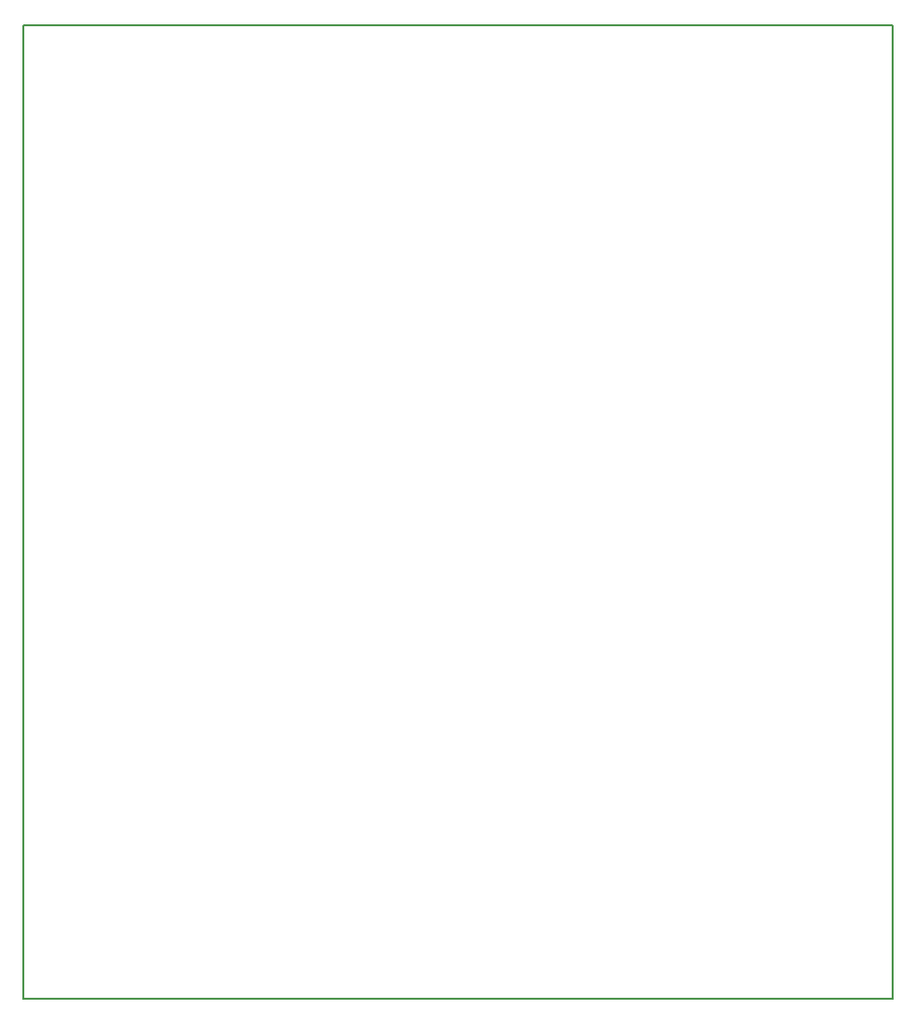
<source format=gm1>
G04 MADE WITH FRITZING*
G04 WWW.FRITZING.ORG*
G04 DOUBLE SIDED*
G04 HOLES PLATED*
G04 CONTOUR ON CENTER OF CONTOUR VECTOR*
%ASAXBY*%
%FSLAX23Y23*%
%MOIN*%
%OFA0B0*%
%SFA1.0B1.0*%
%ADD10R,2.992130X3.346460*%
%ADD11C,0.008000*%
%ADD10C,0.008*%
%LNCONTOUR*%
G90*
G70*
G54D10*
G54D11*
X4Y3342D02*
X2988Y3342D01*
X2988Y4D01*
X4Y4D01*
X4Y3342D01*
D02*
G04 End of contour*
M02*
</source>
